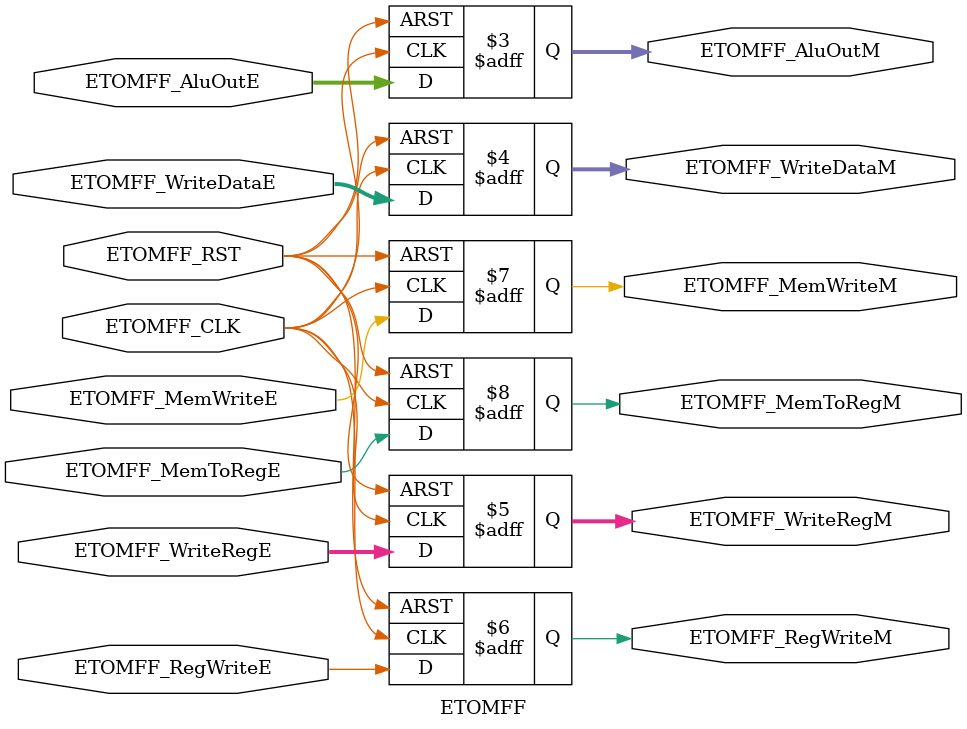
<source format=v>
module ETOMFF #(parameter WIDTH=32) (
  input    wire    [WIDTH-1:0]    ETOMFF_AluOutE,
  input    wire    [WIDTH-1:0]    ETOMFF_WriteDataE,
  input    wire    [4:0]          ETOMFF_WriteRegE,
  input    wire                   ETOMFF_RegWriteE,
  input    wire                   ETOMFF_MemWriteE,
  input    wire                   ETOMFF_MemToRegE,
  input    wire                   ETOMFF_CLK,
  input    wire                   ETOMFF_RST,
  output   reg     [WIDTH-1:0]    ETOMFF_AluOutM,
  output   reg     [WIDTH-1:0]    ETOMFF_WriteDataM,
  output   reg     [4:0]          ETOMFF_WriteRegM,
  output   reg                    ETOMFF_RegWriteM,
  output   reg                    ETOMFF_MemWriteM,
  output   reg                    ETOMFF_MemToRegM
  );
  
  always@(posedge ETOMFF_CLK or negedge ETOMFF_RST)
  begin
    if(!ETOMFF_RST)
      begin
        ETOMFF_AluOutM <='b0;
        ETOMFF_WriteDataM <='b0;
        ETOMFF_WriteRegM <=5'b0;
        ETOMFF_RegWriteM <= 1'b0;
        ETOMFF_MemWriteM <= 1'b0;
        ETOMFF_MemToRegM <= 1'b0;
      end
    else
      begin
        ETOMFF_AluOutM <=ETOMFF_AluOutE;
        ETOMFF_WriteDataM <=ETOMFF_WriteDataE;
        ETOMFF_WriteRegM <=ETOMFF_WriteRegE;
        ETOMFF_RegWriteM <= ETOMFF_RegWriteE;
        ETOMFF_MemWriteM <= ETOMFF_MemWriteE;
        ETOMFF_MemToRegM <= ETOMFF_MemToRegE;
      end
  end
  
endmodule
</source>
